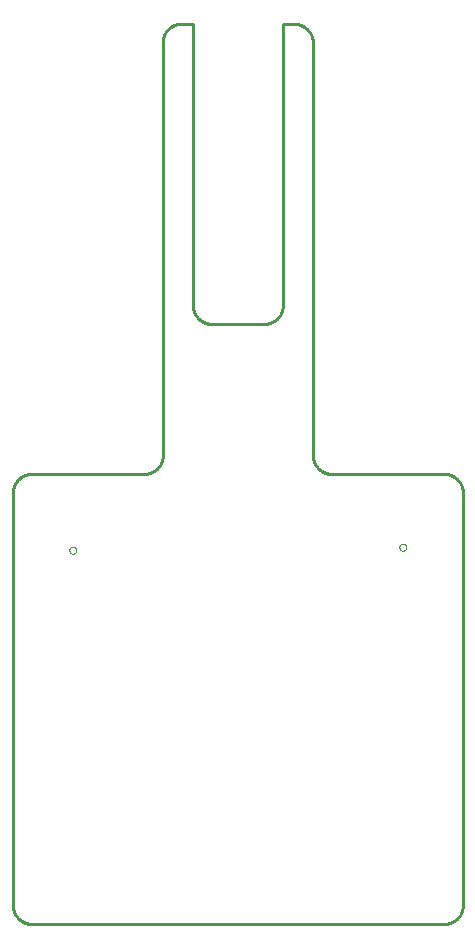
<source format=gko>
G75*
%MOIN*%
%OFA0B0*%
%FSLAX25Y25*%
%IPPOS*%
%LPD*%
%AMOC8*
5,1,8,0,0,1.08239X$1,22.5*
%
%ADD10C,0.01000*%
%ADD11C,0.00000*%
D10*
X0006250Y0000000D02*
X0143750Y0000000D01*
X0143906Y0000002D01*
X0144062Y0000008D01*
X0144217Y0000017D01*
X0144372Y0000031D01*
X0144527Y0000049D01*
X0144682Y0000070D01*
X0144835Y0000095D01*
X0144988Y0000124D01*
X0145141Y0000157D01*
X0145292Y0000193D01*
X0145443Y0000234D01*
X0145592Y0000278D01*
X0145741Y0000325D01*
X0145888Y0000377D01*
X0146033Y0000432D01*
X0146178Y0000491D01*
X0146321Y0000553D01*
X0146462Y0000619D01*
X0146601Y0000688D01*
X0146739Y0000761D01*
X0146875Y0000837D01*
X0147009Y0000917D01*
X0147141Y0001000D01*
X0147271Y0001086D01*
X0147398Y0001175D01*
X0147524Y0001268D01*
X0147647Y0001364D01*
X0147767Y0001462D01*
X0147886Y0001564D01*
X0148001Y0001668D01*
X0148114Y0001776D01*
X0148224Y0001886D01*
X0148332Y0001999D01*
X0148436Y0002114D01*
X0148538Y0002233D01*
X0148636Y0002353D01*
X0148732Y0002476D01*
X0148825Y0002602D01*
X0148914Y0002729D01*
X0149000Y0002859D01*
X0149083Y0002991D01*
X0149163Y0003125D01*
X0149239Y0003261D01*
X0149312Y0003399D01*
X0149381Y0003538D01*
X0149447Y0003679D01*
X0149509Y0003822D01*
X0149568Y0003967D01*
X0149623Y0004112D01*
X0149675Y0004259D01*
X0149722Y0004408D01*
X0149766Y0004557D01*
X0149807Y0004708D01*
X0149843Y0004859D01*
X0149876Y0005012D01*
X0149905Y0005165D01*
X0149930Y0005318D01*
X0149951Y0005473D01*
X0149969Y0005628D01*
X0149983Y0005783D01*
X0149992Y0005938D01*
X0149998Y0006094D01*
X0150000Y0006250D01*
X0150000Y0143750D01*
X0149998Y0143906D01*
X0149992Y0144062D01*
X0149983Y0144217D01*
X0149969Y0144372D01*
X0149951Y0144527D01*
X0149930Y0144682D01*
X0149905Y0144835D01*
X0149876Y0144988D01*
X0149843Y0145141D01*
X0149807Y0145292D01*
X0149766Y0145443D01*
X0149722Y0145592D01*
X0149675Y0145741D01*
X0149623Y0145888D01*
X0149568Y0146033D01*
X0149509Y0146178D01*
X0149447Y0146321D01*
X0149381Y0146462D01*
X0149312Y0146601D01*
X0149239Y0146739D01*
X0149163Y0146875D01*
X0149083Y0147009D01*
X0149000Y0147141D01*
X0148914Y0147271D01*
X0148825Y0147398D01*
X0148732Y0147524D01*
X0148636Y0147647D01*
X0148538Y0147767D01*
X0148436Y0147886D01*
X0148332Y0148001D01*
X0148224Y0148114D01*
X0148114Y0148224D01*
X0148001Y0148332D01*
X0147886Y0148436D01*
X0147767Y0148538D01*
X0147647Y0148636D01*
X0147524Y0148732D01*
X0147398Y0148825D01*
X0147271Y0148914D01*
X0147141Y0149000D01*
X0147009Y0149083D01*
X0146875Y0149163D01*
X0146739Y0149239D01*
X0146601Y0149312D01*
X0146462Y0149381D01*
X0146321Y0149447D01*
X0146178Y0149509D01*
X0146033Y0149568D01*
X0145888Y0149623D01*
X0145741Y0149675D01*
X0145592Y0149722D01*
X0145443Y0149766D01*
X0145292Y0149807D01*
X0145141Y0149843D01*
X0144988Y0149876D01*
X0144835Y0149905D01*
X0144682Y0149930D01*
X0144527Y0149951D01*
X0144372Y0149969D01*
X0144217Y0149983D01*
X0144062Y0149992D01*
X0143906Y0149998D01*
X0143750Y0150000D01*
X0106250Y0150000D01*
X0106094Y0150002D01*
X0105938Y0150008D01*
X0105783Y0150017D01*
X0105628Y0150031D01*
X0105473Y0150049D01*
X0105318Y0150070D01*
X0105165Y0150095D01*
X0105012Y0150124D01*
X0104859Y0150157D01*
X0104708Y0150193D01*
X0104557Y0150234D01*
X0104408Y0150278D01*
X0104259Y0150325D01*
X0104112Y0150377D01*
X0103967Y0150432D01*
X0103822Y0150491D01*
X0103679Y0150553D01*
X0103538Y0150619D01*
X0103399Y0150688D01*
X0103261Y0150761D01*
X0103125Y0150837D01*
X0102991Y0150917D01*
X0102859Y0151000D01*
X0102729Y0151086D01*
X0102602Y0151175D01*
X0102476Y0151268D01*
X0102353Y0151364D01*
X0102233Y0151462D01*
X0102114Y0151564D01*
X0101999Y0151668D01*
X0101886Y0151776D01*
X0101776Y0151886D01*
X0101668Y0151999D01*
X0101564Y0152114D01*
X0101462Y0152233D01*
X0101364Y0152353D01*
X0101268Y0152476D01*
X0101175Y0152602D01*
X0101086Y0152729D01*
X0101000Y0152859D01*
X0100917Y0152991D01*
X0100837Y0153125D01*
X0100761Y0153261D01*
X0100688Y0153399D01*
X0100619Y0153538D01*
X0100553Y0153679D01*
X0100491Y0153822D01*
X0100432Y0153967D01*
X0100377Y0154112D01*
X0100325Y0154259D01*
X0100278Y0154408D01*
X0100234Y0154557D01*
X0100193Y0154708D01*
X0100157Y0154859D01*
X0100124Y0155012D01*
X0100095Y0155165D01*
X0100070Y0155318D01*
X0100049Y0155473D01*
X0100031Y0155628D01*
X0100017Y0155783D01*
X0100008Y0155938D01*
X0100002Y0156094D01*
X0100000Y0156250D01*
X0100000Y0293750D01*
X0099998Y0293906D01*
X0099992Y0294062D01*
X0099983Y0294217D01*
X0099969Y0294372D01*
X0099951Y0294527D01*
X0099930Y0294682D01*
X0099905Y0294835D01*
X0099876Y0294988D01*
X0099843Y0295141D01*
X0099807Y0295292D01*
X0099766Y0295443D01*
X0099722Y0295592D01*
X0099675Y0295741D01*
X0099623Y0295888D01*
X0099568Y0296033D01*
X0099509Y0296178D01*
X0099447Y0296321D01*
X0099381Y0296462D01*
X0099312Y0296601D01*
X0099239Y0296739D01*
X0099163Y0296875D01*
X0099083Y0297009D01*
X0099000Y0297141D01*
X0098914Y0297271D01*
X0098825Y0297398D01*
X0098732Y0297524D01*
X0098636Y0297647D01*
X0098538Y0297767D01*
X0098436Y0297886D01*
X0098332Y0298001D01*
X0098224Y0298114D01*
X0098114Y0298224D01*
X0098001Y0298332D01*
X0097886Y0298436D01*
X0097767Y0298538D01*
X0097647Y0298636D01*
X0097524Y0298732D01*
X0097398Y0298825D01*
X0097271Y0298914D01*
X0097141Y0299000D01*
X0097009Y0299083D01*
X0096875Y0299163D01*
X0096739Y0299239D01*
X0096601Y0299312D01*
X0096462Y0299381D01*
X0096321Y0299447D01*
X0096178Y0299509D01*
X0096033Y0299568D01*
X0095888Y0299623D01*
X0095741Y0299675D01*
X0095592Y0299722D01*
X0095443Y0299766D01*
X0095292Y0299807D01*
X0095141Y0299843D01*
X0094988Y0299876D01*
X0094835Y0299905D01*
X0094682Y0299930D01*
X0094527Y0299951D01*
X0094372Y0299969D01*
X0094217Y0299983D01*
X0094062Y0299992D01*
X0093906Y0299998D01*
X0093750Y0300000D01*
X0090000Y0300000D01*
X0090000Y0206250D01*
X0089998Y0206094D01*
X0089992Y0205938D01*
X0089983Y0205783D01*
X0089969Y0205628D01*
X0089951Y0205473D01*
X0089930Y0205318D01*
X0089905Y0205165D01*
X0089876Y0205012D01*
X0089843Y0204859D01*
X0089807Y0204708D01*
X0089766Y0204557D01*
X0089722Y0204408D01*
X0089675Y0204259D01*
X0089623Y0204112D01*
X0089568Y0203967D01*
X0089509Y0203822D01*
X0089447Y0203679D01*
X0089381Y0203538D01*
X0089312Y0203399D01*
X0089239Y0203261D01*
X0089163Y0203125D01*
X0089083Y0202991D01*
X0089000Y0202859D01*
X0088914Y0202729D01*
X0088825Y0202602D01*
X0088732Y0202476D01*
X0088636Y0202353D01*
X0088538Y0202233D01*
X0088436Y0202114D01*
X0088332Y0201999D01*
X0088224Y0201886D01*
X0088114Y0201776D01*
X0088001Y0201668D01*
X0087886Y0201564D01*
X0087767Y0201462D01*
X0087647Y0201364D01*
X0087524Y0201268D01*
X0087398Y0201175D01*
X0087271Y0201086D01*
X0087141Y0201000D01*
X0087009Y0200917D01*
X0086875Y0200837D01*
X0086739Y0200761D01*
X0086601Y0200688D01*
X0086462Y0200619D01*
X0086321Y0200553D01*
X0086178Y0200491D01*
X0086033Y0200432D01*
X0085888Y0200377D01*
X0085741Y0200325D01*
X0085592Y0200278D01*
X0085443Y0200234D01*
X0085292Y0200193D01*
X0085141Y0200157D01*
X0084988Y0200124D01*
X0084835Y0200095D01*
X0084682Y0200070D01*
X0084527Y0200049D01*
X0084372Y0200031D01*
X0084217Y0200017D01*
X0084062Y0200008D01*
X0083906Y0200002D01*
X0083750Y0200000D01*
X0066250Y0200000D01*
X0066094Y0200002D01*
X0065938Y0200008D01*
X0065783Y0200017D01*
X0065628Y0200031D01*
X0065473Y0200049D01*
X0065318Y0200070D01*
X0065165Y0200095D01*
X0065012Y0200124D01*
X0064859Y0200157D01*
X0064708Y0200193D01*
X0064557Y0200234D01*
X0064408Y0200278D01*
X0064259Y0200325D01*
X0064112Y0200377D01*
X0063967Y0200432D01*
X0063822Y0200491D01*
X0063679Y0200553D01*
X0063538Y0200619D01*
X0063399Y0200688D01*
X0063261Y0200761D01*
X0063125Y0200837D01*
X0062991Y0200917D01*
X0062859Y0201000D01*
X0062729Y0201086D01*
X0062602Y0201175D01*
X0062476Y0201268D01*
X0062353Y0201364D01*
X0062233Y0201462D01*
X0062114Y0201564D01*
X0061999Y0201668D01*
X0061886Y0201776D01*
X0061776Y0201886D01*
X0061668Y0201999D01*
X0061564Y0202114D01*
X0061462Y0202233D01*
X0061364Y0202353D01*
X0061268Y0202476D01*
X0061175Y0202602D01*
X0061086Y0202729D01*
X0061000Y0202859D01*
X0060917Y0202991D01*
X0060837Y0203125D01*
X0060761Y0203261D01*
X0060688Y0203399D01*
X0060619Y0203538D01*
X0060553Y0203679D01*
X0060491Y0203822D01*
X0060432Y0203967D01*
X0060377Y0204112D01*
X0060325Y0204259D01*
X0060278Y0204408D01*
X0060234Y0204557D01*
X0060193Y0204708D01*
X0060157Y0204859D01*
X0060124Y0205012D01*
X0060095Y0205165D01*
X0060070Y0205318D01*
X0060049Y0205473D01*
X0060031Y0205628D01*
X0060017Y0205783D01*
X0060008Y0205938D01*
X0060002Y0206094D01*
X0060000Y0206250D01*
X0060000Y0300000D01*
X0056000Y0300000D01*
X0055848Y0299998D01*
X0055696Y0299992D01*
X0055544Y0299983D01*
X0055393Y0299969D01*
X0055242Y0299952D01*
X0055091Y0299931D01*
X0054941Y0299906D01*
X0054792Y0299877D01*
X0054644Y0299845D01*
X0054496Y0299808D01*
X0054349Y0299769D01*
X0054204Y0299725D01*
X0054059Y0299677D01*
X0053916Y0299627D01*
X0053774Y0299572D01*
X0053634Y0299514D01*
X0053495Y0299452D01*
X0053358Y0299387D01*
X0053222Y0299318D01*
X0053088Y0299246D01*
X0052956Y0299171D01*
X0052826Y0299092D01*
X0052698Y0299010D01*
X0052572Y0298925D01*
X0052449Y0298836D01*
X0052327Y0298745D01*
X0052208Y0298650D01*
X0052092Y0298553D01*
X0051978Y0298452D01*
X0051866Y0298349D01*
X0051757Y0298243D01*
X0051651Y0298134D01*
X0051548Y0298022D01*
X0051447Y0297908D01*
X0051350Y0297792D01*
X0051255Y0297673D01*
X0051164Y0297551D01*
X0051075Y0297428D01*
X0050990Y0297302D01*
X0050908Y0297174D01*
X0050829Y0297044D01*
X0050754Y0296912D01*
X0050682Y0296778D01*
X0050613Y0296642D01*
X0050548Y0296505D01*
X0050486Y0296366D01*
X0050428Y0296226D01*
X0050373Y0296084D01*
X0050323Y0295941D01*
X0050275Y0295796D01*
X0050231Y0295651D01*
X0050192Y0295504D01*
X0050155Y0295356D01*
X0050123Y0295208D01*
X0050094Y0295059D01*
X0050069Y0294909D01*
X0050048Y0294758D01*
X0050031Y0294607D01*
X0050017Y0294456D01*
X0050008Y0294304D01*
X0050002Y0294152D01*
X0050000Y0294000D01*
X0050000Y0156250D01*
X0049998Y0156094D01*
X0049992Y0155938D01*
X0049983Y0155783D01*
X0049969Y0155628D01*
X0049951Y0155473D01*
X0049930Y0155318D01*
X0049905Y0155165D01*
X0049876Y0155012D01*
X0049843Y0154859D01*
X0049807Y0154708D01*
X0049766Y0154557D01*
X0049722Y0154408D01*
X0049675Y0154259D01*
X0049623Y0154112D01*
X0049568Y0153967D01*
X0049509Y0153822D01*
X0049447Y0153679D01*
X0049381Y0153538D01*
X0049312Y0153399D01*
X0049239Y0153261D01*
X0049163Y0153125D01*
X0049083Y0152991D01*
X0049000Y0152859D01*
X0048914Y0152729D01*
X0048825Y0152602D01*
X0048732Y0152476D01*
X0048636Y0152353D01*
X0048538Y0152233D01*
X0048436Y0152114D01*
X0048332Y0151999D01*
X0048224Y0151886D01*
X0048114Y0151776D01*
X0048001Y0151668D01*
X0047886Y0151564D01*
X0047767Y0151462D01*
X0047647Y0151364D01*
X0047524Y0151268D01*
X0047398Y0151175D01*
X0047271Y0151086D01*
X0047141Y0151000D01*
X0047009Y0150917D01*
X0046875Y0150837D01*
X0046739Y0150761D01*
X0046601Y0150688D01*
X0046462Y0150619D01*
X0046321Y0150553D01*
X0046178Y0150491D01*
X0046033Y0150432D01*
X0045888Y0150377D01*
X0045741Y0150325D01*
X0045592Y0150278D01*
X0045443Y0150234D01*
X0045292Y0150193D01*
X0045141Y0150157D01*
X0044988Y0150124D01*
X0044835Y0150095D01*
X0044682Y0150070D01*
X0044527Y0150049D01*
X0044372Y0150031D01*
X0044217Y0150017D01*
X0044062Y0150008D01*
X0043906Y0150002D01*
X0043750Y0150000D01*
X0006250Y0150000D01*
X0006094Y0149998D01*
X0005938Y0149992D01*
X0005783Y0149983D01*
X0005628Y0149969D01*
X0005473Y0149951D01*
X0005318Y0149930D01*
X0005165Y0149905D01*
X0005012Y0149876D01*
X0004859Y0149843D01*
X0004708Y0149807D01*
X0004557Y0149766D01*
X0004408Y0149722D01*
X0004259Y0149675D01*
X0004112Y0149623D01*
X0003967Y0149568D01*
X0003822Y0149509D01*
X0003679Y0149447D01*
X0003538Y0149381D01*
X0003399Y0149312D01*
X0003261Y0149239D01*
X0003125Y0149163D01*
X0002991Y0149083D01*
X0002859Y0149000D01*
X0002729Y0148914D01*
X0002602Y0148825D01*
X0002476Y0148732D01*
X0002353Y0148636D01*
X0002233Y0148538D01*
X0002114Y0148436D01*
X0001999Y0148332D01*
X0001886Y0148224D01*
X0001776Y0148114D01*
X0001668Y0148001D01*
X0001564Y0147886D01*
X0001462Y0147767D01*
X0001364Y0147647D01*
X0001268Y0147524D01*
X0001175Y0147398D01*
X0001086Y0147271D01*
X0001000Y0147141D01*
X0000917Y0147009D01*
X0000837Y0146875D01*
X0000761Y0146739D01*
X0000688Y0146601D01*
X0000619Y0146462D01*
X0000553Y0146321D01*
X0000491Y0146178D01*
X0000432Y0146033D01*
X0000377Y0145888D01*
X0000325Y0145741D01*
X0000278Y0145592D01*
X0000234Y0145443D01*
X0000193Y0145292D01*
X0000157Y0145141D01*
X0000124Y0144988D01*
X0000095Y0144835D01*
X0000070Y0144682D01*
X0000049Y0144527D01*
X0000031Y0144372D01*
X0000017Y0144217D01*
X0000008Y0144062D01*
X0000002Y0143906D01*
X0000000Y0143750D01*
X0000000Y0006250D01*
X0000002Y0006094D01*
X0000008Y0005938D01*
X0000017Y0005783D01*
X0000031Y0005628D01*
X0000049Y0005473D01*
X0000070Y0005318D01*
X0000095Y0005165D01*
X0000124Y0005012D01*
X0000157Y0004859D01*
X0000193Y0004708D01*
X0000234Y0004557D01*
X0000278Y0004408D01*
X0000325Y0004259D01*
X0000377Y0004112D01*
X0000432Y0003967D01*
X0000491Y0003822D01*
X0000553Y0003679D01*
X0000619Y0003538D01*
X0000688Y0003399D01*
X0000761Y0003261D01*
X0000837Y0003125D01*
X0000917Y0002991D01*
X0001000Y0002859D01*
X0001086Y0002729D01*
X0001175Y0002602D01*
X0001268Y0002476D01*
X0001364Y0002353D01*
X0001462Y0002233D01*
X0001564Y0002114D01*
X0001668Y0001999D01*
X0001776Y0001886D01*
X0001886Y0001776D01*
X0001999Y0001668D01*
X0002114Y0001564D01*
X0002233Y0001462D01*
X0002353Y0001364D01*
X0002476Y0001268D01*
X0002602Y0001175D01*
X0002729Y0001086D01*
X0002859Y0001000D01*
X0002991Y0000917D01*
X0003125Y0000837D01*
X0003261Y0000761D01*
X0003399Y0000688D01*
X0003538Y0000619D01*
X0003679Y0000553D01*
X0003822Y0000491D01*
X0003967Y0000432D01*
X0004112Y0000377D01*
X0004259Y0000325D01*
X0004408Y0000278D01*
X0004557Y0000234D01*
X0004708Y0000193D01*
X0004859Y0000157D01*
X0005012Y0000124D01*
X0005165Y0000095D01*
X0005318Y0000070D01*
X0005473Y0000049D01*
X0005628Y0000031D01*
X0005783Y0000017D01*
X0005938Y0000008D01*
X0006094Y0000002D01*
X0006250Y0000000D01*
D11*
X0018819Y0124579D02*
X0018821Y0124648D01*
X0018827Y0124716D01*
X0018837Y0124784D01*
X0018851Y0124851D01*
X0018869Y0124918D01*
X0018890Y0124983D01*
X0018916Y0125047D01*
X0018945Y0125109D01*
X0018977Y0125169D01*
X0019013Y0125228D01*
X0019053Y0125284D01*
X0019095Y0125338D01*
X0019141Y0125389D01*
X0019190Y0125438D01*
X0019241Y0125484D01*
X0019295Y0125526D01*
X0019351Y0125566D01*
X0019409Y0125602D01*
X0019470Y0125634D01*
X0019532Y0125663D01*
X0019596Y0125689D01*
X0019661Y0125710D01*
X0019728Y0125728D01*
X0019795Y0125742D01*
X0019863Y0125752D01*
X0019931Y0125758D01*
X0020000Y0125760D01*
X0020069Y0125758D01*
X0020137Y0125752D01*
X0020205Y0125742D01*
X0020272Y0125728D01*
X0020339Y0125710D01*
X0020404Y0125689D01*
X0020468Y0125663D01*
X0020530Y0125634D01*
X0020590Y0125602D01*
X0020649Y0125566D01*
X0020705Y0125526D01*
X0020759Y0125484D01*
X0020810Y0125438D01*
X0020859Y0125389D01*
X0020905Y0125338D01*
X0020947Y0125284D01*
X0020987Y0125228D01*
X0021023Y0125169D01*
X0021055Y0125109D01*
X0021084Y0125047D01*
X0021110Y0124983D01*
X0021131Y0124918D01*
X0021149Y0124851D01*
X0021163Y0124784D01*
X0021173Y0124716D01*
X0021179Y0124648D01*
X0021181Y0124579D01*
X0021179Y0124510D01*
X0021173Y0124442D01*
X0021163Y0124374D01*
X0021149Y0124307D01*
X0021131Y0124240D01*
X0021110Y0124175D01*
X0021084Y0124111D01*
X0021055Y0124049D01*
X0021023Y0123988D01*
X0020987Y0123930D01*
X0020947Y0123874D01*
X0020905Y0123820D01*
X0020859Y0123769D01*
X0020810Y0123720D01*
X0020759Y0123674D01*
X0020705Y0123632D01*
X0020649Y0123592D01*
X0020591Y0123556D01*
X0020530Y0123524D01*
X0020468Y0123495D01*
X0020404Y0123469D01*
X0020339Y0123448D01*
X0020272Y0123430D01*
X0020205Y0123416D01*
X0020137Y0123406D01*
X0020069Y0123400D01*
X0020000Y0123398D01*
X0019931Y0123400D01*
X0019863Y0123406D01*
X0019795Y0123416D01*
X0019728Y0123430D01*
X0019661Y0123448D01*
X0019596Y0123469D01*
X0019532Y0123495D01*
X0019470Y0123524D01*
X0019409Y0123556D01*
X0019351Y0123592D01*
X0019295Y0123632D01*
X0019241Y0123674D01*
X0019190Y0123720D01*
X0019141Y0123769D01*
X0019095Y0123820D01*
X0019053Y0123874D01*
X0019013Y0123930D01*
X0018977Y0123988D01*
X0018945Y0124049D01*
X0018916Y0124111D01*
X0018890Y0124175D01*
X0018869Y0124240D01*
X0018851Y0124307D01*
X0018837Y0124374D01*
X0018827Y0124442D01*
X0018821Y0124510D01*
X0018819Y0124579D01*
X0128819Y0125579D02*
X0128821Y0125648D01*
X0128827Y0125716D01*
X0128837Y0125784D01*
X0128851Y0125851D01*
X0128869Y0125918D01*
X0128890Y0125983D01*
X0128916Y0126047D01*
X0128945Y0126109D01*
X0128977Y0126169D01*
X0129013Y0126228D01*
X0129053Y0126284D01*
X0129095Y0126338D01*
X0129141Y0126389D01*
X0129190Y0126438D01*
X0129241Y0126484D01*
X0129295Y0126526D01*
X0129351Y0126566D01*
X0129409Y0126602D01*
X0129470Y0126634D01*
X0129532Y0126663D01*
X0129596Y0126689D01*
X0129661Y0126710D01*
X0129728Y0126728D01*
X0129795Y0126742D01*
X0129863Y0126752D01*
X0129931Y0126758D01*
X0130000Y0126760D01*
X0130069Y0126758D01*
X0130137Y0126752D01*
X0130205Y0126742D01*
X0130272Y0126728D01*
X0130339Y0126710D01*
X0130404Y0126689D01*
X0130468Y0126663D01*
X0130530Y0126634D01*
X0130590Y0126602D01*
X0130649Y0126566D01*
X0130705Y0126526D01*
X0130759Y0126484D01*
X0130810Y0126438D01*
X0130859Y0126389D01*
X0130905Y0126338D01*
X0130947Y0126284D01*
X0130987Y0126228D01*
X0131023Y0126169D01*
X0131055Y0126109D01*
X0131084Y0126047D01*
X0131110Y0125983D01*
X0131131Y0125918D01*
X0131149Y0125851D01*
X0131163Y0125784D01*
X0131173Y0125716D01*
X0131179Y0125648D01*
X0131181Y0125579D01*
X0131179Y0125510D01*
X0131173Y0125442D01*
X0131163Y0125374D01*
X0131149Y0125307D01*
X0131131Y0125240D01*
X0131110Y0125175D01*
X0131084Y0125111D01*
X0131055Y0125049D01*
X0131023Y0124988D01*
X0130987Y0124930D01*
X0130947Y0124874D01*
X0130905Y0124820D01*
X0130859Y0124769D01*
X0130810Y0124720D01*
X0130759Y0124674D01*
X0130705Y0124632D01*
X0130649Y0124592D01*
X0130591Y0124556D01*
X0130530Y0124524D01*
X0130468Y0124495D01*
X0130404Y0124469D01*
X0130339Y0124448D01*
X0130272Y0124430D01*
X0130205Y0124416D01*
X0130137Y0124406D01*
X0130069Y0124400D01*
X0130000Y0124398D01*
X0129931Y0124400D01*
X0129863Y0124406D01*
X0129795Y0124416D01*
X0129728Y0124430D01*
X0129661Y0124448D01*
X0129596Y0124469D01*
X0129532Y0124495D01*
X0129470Y0124524D01*
X0129409Y0124556D01*
X0129351Y0124592D01*
X0129295Y0124632D01*
X0129241Y0124674D01*
X0129190Y0124720D01*
X0129141Y0124769D01*
X0129095Y0124820D01*
X0129053Y0124874D01*
X0129013Y0124930D01*
X0128977Y0124988D01*
X0128945Y0125049D01*
X0128916Y0125111D01*
X0128890Y0125175D01*
X0128869Y0125240D01*
X0128851Y0125307D01*
X0128837Y0125374D01*
X0128827Y0125442D01*
X0128821Y0125510D01*
X0128819Y0125579D01*
M02*

</source>
